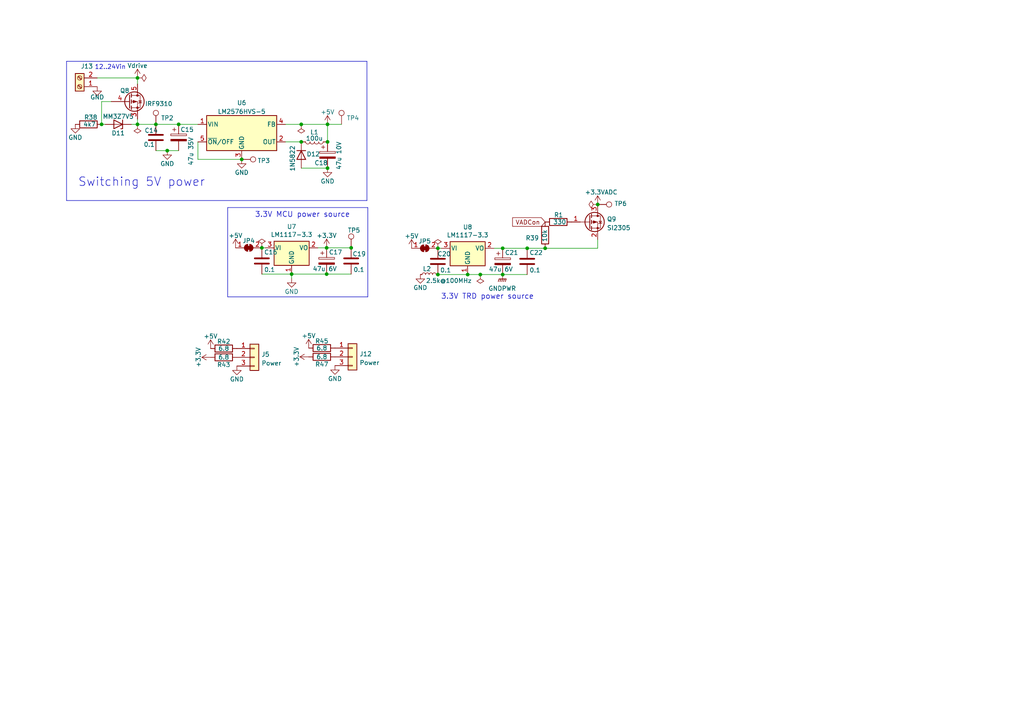
<source format=kicad_sch>
(kicad_sch (version 20231120) (generator "eeschema") (generator_version "8.0")
  (paper "A4")
  (lib_symbols
    (symbol "Connector:Screw_Terminal_01x02" (pin_names (offset 1.016) hide)
      (property "Reference" "J" (at 0 2.54 0))
      (property "Value" "Screw_Terminal_01x02" (at 0 -5.08 0))
      (symbol "Screw_Terminal_01x02_1_1"
        (rectangle (start -1.27 1.27) (end 1.27 -3.81) (stroke (width 0.254)) (fill (type background)))
        (circle (center 0 -2.54) (radius 0.635) (stroke (width 0.1524)))
        (polyline (pts (xy -0.5334 -2.2098) (xy 0.3302 -3.048)) (stroke (width 0.1524)))
        (polyline (pts (xy -0.5334 0.3302) (xy 0.3302 -0.508)) (stroke (width 0.1524)))
        (polyline (pts (xy -0.3556 -2.032) (xy 0.508 -2.8702)) (stroke (width 0.1524)))
        (polyline (pts (xy -0.3556 0.508) (xy 0.508 -0.3302)) (stroke (width 0.1524)))
        (circle (center 0 0) (radius 0.635) (stroke (width 0.1524)))
        (pin passive line (at -5.08 0 0) (length 3.81) (name "Pin_1") (number "1"))
        (pin passive line (at -5.08 -2.54 0) (length 3.81) (name "Pin_2") (number "2"))
      )
    )
    (symbol "Connector:TestPoint" (pin_numbers hide) (pin_names (offset 0.762) hide)
      (property "Reference" "TP" (at 0 6.858 0))
      (property "Value" "TestPoint" (at 0 5.08 0))
      (symbol "TestPoint_0_1"
        (circle (center 0 3.302) (radius 0.762))
      )
      (symbol "TestPoint_1_1"
        (pin passive line (at 0 0 90) (length 2.54) (name "1") (number "1"))
      )
    )
    (symbol "Connector_Generic:Conn_01x03" (pin_names (offset 1.016) hide)
      (property "Reference" "J" (at 0 5.08 0))
      (property "Value" "Conn_01x03" (at 0 -5.08 0))
      (symbol "Conn_01x03_1_1"
        (rectangle (start -1.27 -2.413) (end 0 -2.667) (stroke (width 0.1524)))
        (rectangle (start -1.27 0.127) (end 0 -0.127) (stroke (width 0.1524)))
        (rectangle (start -1.27 2.667) (end 0 2.413) (stroke (width 0.1524)))
        (rectangle (start -1.27 3.81) (end 1.27 -3.81) (stroke (width 0.254)) (fill (type background)))
        (pin passive line (at -5.08 2.54 0) (length 3.81) (name "Pin_1") (number "1"))
        (pin passive line (at -5.08 0 0) (length 3.81) (name "Pin_2") (number "2"))
        (pin passive line (at -5.08 -2.54 0) (length 3.81) (name "Pin_3") (number "3"))
      )
    )
    (symbol "Device:C" (pin_numbers hide) (pin_names (offset 0.254))
      (property "Reference" "C" (at 0.635 2.54 0))
      (property "Value" "C" (at 0.635 -2.54 0))
      (symbol "C_0_1"
        (polyline (pts (xy -2.032 -0.762) (xy 2.032 -0.762)) (stroke (width 0.508)))
        (polyline (pts (xy -2.032 0.762) (xy 2.032 0.762)) (stroke (width 0.508)))
      )
      (symbol "C_1_1"
        (pin passive line (at 0 3.81 270) (length 2.794) (name "~") (number "1"))
        (pin passive line (at 0 -3.81 90) (length 2.794) (name "~") (number "2"))
      )
    )
    (symbol "Device:C_Polarized" (pin_numbers hide) (pin_names (offset 0.254))
      (property "Reference" "C" (at 0.635 2.54 0))
      (property "Value" "C_Polarized" (at 0.635 -2.54 0))
      (symbol "C_Polarized_0_1"
        (rectangle (start -2.286 0.508) (end 2.286 1.016))
        (polyline (pts (xy -1.778 2.286) (xy -0.762 2.286)))
        (polyline (pts (xy -1.27 2.794) (xy -1.27 1.778)))
        (rectangle (start 2.286 -0.508) (end -2.286 -1.016) (fill (type outline)))
      )
      (symbol "C_Polarized_1_1"
        (pin passive line (at 0 3.81 270) (length 2.794) (name "~") (number "1"))
        (pin passive line (at 0 -3.81 90) (length 2.794) (name "~") (number "2"))
      )
    )
    (symbol "Device:D" (pin_numbers hide) (pin_names (offset 1.016) hide)
      (property "Reference" "D" (at 0 2.54 0))
      (property "Value" "D" (at 0 -2.54 0))
      (symbol "D_0_1"
        (polyline (pts (xy -1.27 1.27) (xy -1.27 -1.27)) (stroke (width 0.254)))
        (polyline (pts (xy 1.27 0) (xy -1.27 0)))
        (polyline (pts (xy 1.27 1.27) (xy 1.27 -1.27) (xy -1.27 0) (xy 1.27 1.27)) (stroke (width 0.254)))
      )
      (symbol "D_1_1"
        (pin passive line (at -3.81 0 0) (length 2.54) (name "K") (number "1"))
        (pin passive line (at 3.81 0 180) (length 2.54) (name "A") (number "2"))
      )
    )
    (symbol "Device:D_Zener" (pin_numbers hide) (pin_names (offset 1.016) hide)
      (property "Reference" "D" (at 0 2.54 0))
      (property "Value" "D_Zener" (at 0 -2.54 0))
      (symbol "D_Zener_0_1"
        (polyline (pts (xy 1.27 0) (xy -1.27 0)))
        (polyline (pts (xy -1.27 -1.27) (xy -1.27 1.27) (xy -0.762 1.27)) (stroke (width 0.254)))
        (polyline (pts (xy 1.27 -1.27) (xy 1.27 1.27) (xy -1.27 0) (xy 1.27 -1.27)) (stroke (width 0.254)))
      )
      (symbol "D_Zener_1_1"
        (pin passive line (at -3.81 0 0) (length 2.54) (name "K") (number "1"))
        (pin passive line (at 3.81 0 180) (length 2.54) (name "A") (number "2"))
      )
    )
    (symbol "Device:L" (pin_numbers hide) (pin_names (offset 1.016) hide)
      (property "Reference" "L" (at -1.27 0 90))
      (property "Value" "L" (at 1.905 0 90))
      (symbol "L_0_1"
        (arc (start 0 -2.54) (mid 0.6323 -1.905) (end 0 -1.27))
        (arc (start 0 -1.27) (mid 0.6323 -0.635) (end 0 0))
        (arc (start 0 0) (mid 0.6323 0.635) (end 0 1.27))
        (arc (start 0 1.27) (mid 0.6323 1.905) (end 0 2.54))
      )
      (symbol "L_1_1"
        (pin passive line (at 0 3.81 270) (length 1.27) (name "1") (number "1"))
        (pin passive line (at 0 -3.81 90) (length 1.27) (name "2") (number "2"))
      )
    )
    (symbol "Device:L_Small" (pin_numbers hide) (pin_names (offset 0.254) hide)
      (property "Reference" "L" (at 0.762 1.016 0))
      (property "Value" "L_Small" (at 0.762 -1.016 0))
      (symbol "L_Small_0_1"
        (arc (start 0 -2.032) (mid 0.5058 -1.524) (end 0 -1.016))
        (arc (start 0 -1.016) (mid 0.5058 -0.508) (end 0 0))
        (arc (start 0 0) (mid 0.5058 0.508) (end 0 1.016))
        (arc (start 0 1.016) (mid 0.5058 1.524) (end 0 2.032))
      )
      (symbol "L_Small_1_1"
        (pin passive line (at 0 2.54 270) (length 0.508) (name "~") (number "1"))
        (pin passive line (at 0 -2.54 90) (length 0.508) (name "~") (number "2"))
      )
    )
    (symbol "Device:Q_PMOS_GSD" (pin_names (offset 0) hide)
      (property "Reference" "Q" (at 5.08 1.27 0))
      (property "Value" "Q_PMOS_GSD" (at 5.08 -1.27 0))
      (symbol "Q_PMOS_GSD_0_1"
        (polyline (pts (xy 0.254 0) (xy -2.54 0)))
        (polyline (pts (xy 0.254 1.905) (xy 0.254 -1.905)) (stroke (width 0.254)))
        (polyline (pts (xy 0.762 -1.27) (xy 0.762 -2.286)) (stroke (width 0.254)))
        (polyline (pts (xy 0.762 0.508) (xy 0.762 -0.508)) (stroke (width 0.254)))
        (polyline (pts (xy 0.762 2.286) (xy 0.762 1.27)) (stroke (width 0.254)))
        (polyline (pts (xy 2.54 2.54) (xy 2.54 1.778)))
        (polyline (pts (xy 2.54 -2.54) (xy 2.54 0) (xy 0.762 0)))
        (polyline (pts (xy 0.762 1.778) (xy 3.302 1.778) (xy 3.302 -1.778) (xy 0.762 -1.778)))
        (polyline (pts (xy 2.286 0) (xy 1.27 0.381) (xy 1.27 -0.381) (xy 2.286 0)) (fill (type outline)))
        (polyline (pts (xy 2.794 -0.508) (xy 2.921 -0.381) (xy 3.683 -0.381) (xy 3.81 -0.254)))
        (polyline (pts (xy 3.302 -0.381) (xy 2.921 0.254) (xy 3.683 0.254) (xy 3.302 -0.381)))
        (circle (center 1.651 0) (radius 2.794) (stroke (width 0.254)))
        (circle (center 2.54 -1.778) (radius 0.254) (fill (type outline)))
        (circle (center 2.54 1.778) (radius 0.254) (fill (type outline)))
      )
      (symbol "Q_PMOS_GSD_1_1"
        (pin input line (at -5.08 0 0) (length 2.54) (name "G") (number "1"))
        (pin passive line (at 2.54 -5.08 90) (length 2.54) (name "S") (number "2"))
        (pin passive line (at 2.54 5.08 270) (length 2.54) (name "D") (number "3"))
      )
    )
    (symbol "Device:R" (pin_numbers hide) (pin_names (offset 0))
      (property "Reference" "R" (at 2.032 0 90))
      (property "Value" "R" (at 0 0 90))
      (symbol "R_0_1"
        (rectangle (start -1.016 -2.54) (end 1.016 2.54) (stroke (width 0.254)))
      )
      (symbol "R_1_1"
        (pin passive line (at 0 3.81 270) (length 1.27) (name "~") (number "1"))
        (pin passive line (at 0 -3.81 90) (length 1.27) (name "~") (number "2"))
      )
    )
    (symbol "Jumper:SolderJumper_2_Bridged" (pin_names (offset 0) hide)
      (property "Reference" "JP" (at 0 2.032 0))
      (property "Value" "SolderJumper_2_Bridged" (at 0 -2.54 0))
      (symbol "SolderJumper_2_Bridged_0_1"
        (rectangle (start -0.508 0.508) (end 0.508 -0.508) (fill (type outline)))
        (arc (start -0.254 1.016) (mid -1.2656 0) (end -0.254 -1.016))
        (arc (start -0.254 1.016) (mid -1.2656 0) (end -0.254 -1.016) (fill (type outline)))
        (polyline (pts (xy -0.254 1.016) (xy -0.254 -1.016)))
        (polyline (pts (xy 0.254 1.016) (xy 0.254 -1.016)))
        (arc (start 0.254 -1.016) (mid 1.2656 0) (end 0.254 1.016))
        (arc (start 0.254 -1.016) (mid 1.2656 0) (end 0.254 1.016) (fill (type outline)))
      )
      (symbol "SolderJumper_2_Bridged_1_1"
        (pin passive line (at -3.81 0 0) (length 2.54) (name "A") (number "1"))
        (pin passive line (at 3.81 0 180) (length 2.54) (name "B") (number "2"))
      )
    )
    (symbol "Regulator_Linear:LM1117-3.3" (pin_names (offset 0.254))
      (property "Reference" "U" (at -3.81 3.175 0))
      (property "Value" "LM1117-3.3" (at 0 3.175 0))
      (symbol "LM1117-3.3_0_1"
        (rectangle (start -5.08 -5.08) (end 5.08 1.905) (stroke (width 0.254)) (fill (type background)))
      )
      (symbol "LM1117-3.3_1_1"
        (pin power_in line (at 0 -7.62 90) (length 2.54) (name "GND") (number "1"))
        (pin power_out line (at 7.62 0 180) (length 2.54) (name "VO") (number "2"))
        (pin power_in line (at -7.62 0 0) (length 2.54) (name "VI") (number "3"))
      )
    )
    (symbol "Regulator_Switching:LM2576HVS-5" (pin_names (offset 0.254))
      (property "Reference" "U" (at -10.16 6.35 0))
      (property "Value" "LM2576HVS-5" (at 0 6.35 0))
      (symbol "LM2576HVS-5_0_1"
        (rectangle (start -10.16 5.08) (end 10.16 -5.08) (stroke (width 0.254)) (fill (type background)))
      )
      (symbol "LM2576HVS-5_1_1"
        (pin power_in line (at -12.7 2.54 0) (length 2.54) (name "VIN") (number "1"))
        (pin output line (at 12.7 -2.54 180) (length 2.54) (name "OUT") (number "2"))
        (pin power_in line (at 0 -7.62 90) (length 2.54) (name "GND") (number "3"))
        (pin input line (at 12.7 2.54 180) (length 2.54) (name "FB") (number "4"))
        (pin input line (at -12.7 -2.54 0) (length 2.54) (name "~{ON}/OFF") (number "5"))
      )
    )
    (symbol "elements:IRF9310" (pin_names (offset 0) hide)
      (property "Reference" "Q" (at 5.08 1.27 0))
      (property "Value" "IRF9310" (at 5.08 -1.27 0))
      (symbol "IRF9310_0_1"
        (polyline (pts (xy 0.0508 0) (xy 0.254 0)))
        (polyline (pts (xy 0.762 -1.778) (xy 2.54 -1.778)))
        (polyline (pts (xy 0.762 -1.27) (xy 0.762 -2.286)) (stroke (width 0.254)))
        (polyline (pts (xy 0.762 0) (xy 2.54 0)))
        (polyline (pts (xy 0.762 0.508) (xy 0.762 -0.508)) (stroke (width 0.254)))
        (polyline (pts (xy 0.762 1.778) (xy 2.54 1.778)))
        (polyline (pts (xy 0.762 2.286) (xy 0.762 1.27)) (stroke (width 0.254)))
        (polyline (pts (xy 2.54 -1.778) (xy 2.54 -2.54)))
        (polyline (pts (xy 2.54 -1.778) (xy 2.54 0)))
        (polyline (pts (xy 2.54 2.54) (xy 2.54 1.778)))
        (polyline (pts (xy 0.254 1.905) (xy 0.254 -1.905) (xy 0.254 -1.905)) (stroke (width 0.254)))
        (polyline (pts (xy 2.286 0) (xy 1.27 -0.381) (xy 1.27 0.381) (xy 2.286 0)) (fill (type outline)))
        (polyline (pts (xy 2.54 -1.778) (xy 3.302 -1.778) (xy 3.302 1.778) (xy 2.54 1.778)))
        (polyline (pts (xy 2.794 -0.508) (xy 2.921 -0.381) (xy 3.683 -0.381) (xy 3.81 -0.254)))
        (polyline (pts (xy 3.302 -0.381) (xy 2.921 0.254) (xy 3.683 0.254) (xy 3.302 -0.381)))
        (circle (center 1.651 0) (radius 2.8194) (stroke (width 0.254)))
        (circle (center 2.54 -1.778) (radius 0.2794) (fill (type outline)))
        (circle (center 2.54 1.778) (radius 0.2794) (fill (type outline)))
      )
      (symbol "IRF9310_1_1"
        (pin passive line (at 2.54 -5.08 90) (length 2.54) hide (name "S") (number "1"))
        (pin passive line (at 2.54 -5.08 90) (length 2.54) hide (name "S") (number "2"))
        (pin passive line (at 2.54 -5.08 90) (length 2.54) (name "S") (number "3"))
        (pin input line (at -5.08 0 0) (length 5.08) (name "G") (number "4"))
        (pin passive line (at 2.54 5.08 270) (length 2.54) (name "D") (number "5"))
        (pin passive line (at 2.54 5.08 270) (length 2.54) hide (name "D") (number "6"))
        (pin passive line (at 2.54 5.08 270) (length 2.54) hide (name "D") (number "7"))
        (pin passive line (at 2.54 5.08 270) (length 2.54) hide (name "D") (number "8"))
      )
    )
    (symbol "power:+3.3V" (power) (pin_names (offset 0))
      (property "Value" "+3.3V" (at 0 3.556 0))
      (symbol "+3.3V_0_1"
        (polyline (pts (xy -0.762 1.27) (xy 0 2.54)))
        (polyline (pts (xy 0 0) (xy 0 2.54)))
        (polyline (pts (xy 0 2.54) (xy 0.762 1.27)))
      )
      (symbol "+3.3V_1_1"
        (pin power_in line (at 0 0 90) (length 0) hide (name "+3.3V") (number "1"))
      )
    )
    (symbol "power:+3.3VADC" (power) (pin_names (offset 0))
      (property "Value" "+3.3VADC" (at 0 2.54 0))
      (symbol "+3.3VADC_0_0"
        (pin power_in line (at 0 0 90) (length 0) hide (name "+3.3VADC") (number "1"))
      )
      (symbol "+3.3VADC_0_1"
        (polyline (pts (xy -0.762 1.27) (xy 0 2.54)))
        (polyline (pts (xy 0 0) (xy 0 2.54)))
        (polyline (pts (xy 0 2.54) (xy 0.762 1.27)))
      )
    )
    (symbol "power:+5V" (power) (pin_names (offset 0))
      (property "Value" "+5V" (at 0 3.556 0))
      (symbol "+5V_0_1"
        (polyline (pts (xy -0.762 1.27) (xy 0 2.54)))
        (polyline (pts (xy 0 0) (xy 0 2.54)))
        (polyline (pts (xy 0 2.54) (xy 0.762 1.27)))
      )
      (symbol "+5V_1_1"
        (pin power_in line (at 0 0 90) (length 0) hide (name "+5V") (number "1"))
      )
    )
    (symbol "power:GND" (power) (pin_names (offset 0))
      (property "Value" "GND" (at 0 -3.81 0))
      (symbol "GND_0_1"
        (polyline (pts (xy 0 0) (xy 0 -1.27) (xy 1.27 -1.27) (xy 0 -2.54) (xy -1.27 -1.27) (xy 0 -1.27)))
      )
      (symbol "GND_1_1"
        (pin power_in line (at 0 0 270) (length 0) hide (name "GND") (number "1"))
      )
    )
    (symbol "power:GNDPWR" (power) (pin_names (offset 0))
      (property "Value" "GNDPWR" (at 0 -3.302 0))
      (symbol "GNDPWR_0_1"
        (polyline (pts (xy 0 -1.27) (xy 0 0)))
        (polyline (pts (xy -1.016 -1.27) (xy -1.27 -2.032) (xy -1.27 -2.032)) (stroke (width 0.2032)))
        (polyline (pts (xy -0.508 -1.27) (xy -0.762 -2.032) (xy -0.762 -2.032)) (stroke (width 0.2032)))
        (polyline (pts (xy 0 -1.27) (xy -0.254 -2.032) (xy -0.254 -2.032)) (stroke (width 0.2032)))
        (polyline (pts (xy 0.508 -1.27) (xy 0.254 -2.032) (xy 0.254 -2.032)) (stroke (width 0.2032)))
        (polyline (pts (xy 1.016 -1.27) (xy -1.016 -1.27) (xy -1.016 -1.27)) (stroke (width 0.2032)))
        (polyline (pts (xy 1.016 -1.27) (xy 0.762 -2.032) (xy 0.762 -2.032) (xy 0.762 -2.032)) (stroke (width 0.2032)))
      )
      (symbol "GNDPWR_1_1"
        (pin power_in line (at 0 0 270) (length 0) hide (name "GNDPWR") (number "1"))
      )
    )
    (symbol "power:PWR_FLAG" (power) (pin_numbers hide) (pin_names (offset 0) hide)
      (property "Value" "PWR_FLAG" (at 0 3.81 0))
      (symbol "PWR_FLAG_0_0"
        (pin power_out line (at 0 0 90) (length 0) (name "pwr") (number "1"))
      )
      (symbol "PWR_FLAG_0_1"
        (polyline (pts (xy 0 0) (xy 0 1.27) (xy -1.016 1.905) (xy 0 2.54) (xy 1.016 1.905) (xy 0 1.27)))
      )
    )
    (symbol "power:Vdrive" (power) (pin_names (offset 0))
      (property "Value" "Vdrive" (at 0 3.81 0))
      (symbol "Vdrive_0_1"
        (polyline (pts (xy -0.762 1.27) (xy 0 2.54)))
        (polyline (pts (xy 0 0) (xy 0 2.54)))
        (polyline (pts (xy 0 2.54) (xy 0.762 1.27)))
      )
      (symbol "Vdrive_1_1"
        (pin power_in line (at 0 0 90) (length 0) hide (name "Vdrive") (number "1"))
      )
    )
  )
  (junction (at 152.908 72.009))
  (junction (at 135.636 79.629))
  (junction (at 127 79.629))
  (junction (at 39.878 36.068))
  (junction (at 75.946 71.882))
  (junction (at 94.742 79.502))
  (junction (at 87.376 36.068))
  (junction (at 45.212 36.068))
  (junction (at 145.796 72.009))
  (junction (at 39.878 22.606))
  (junction (at 94.996 48.768))
  (junction (at 94.996 41.148))
  (junction (at 29.464 36.068))
  (junction (at 173.355 59.309))
  (junction (at 158.115 72.009))
  (junction (at 70.104 46.228))
  (junction (at 139.319 79.629))
  (junction (at 145.796 79.629))
  (junction (at 94.996 36.068))
  (junction (at 51.816 36.068))
  (junction (at 87.376 41.148))
  (junction (at 84.582 79.502))
  (junction (at 48.514 43.688))
  (junction (at 127 72.009))
  (junction (at 94.742 71.882))
  (junction (at 101.854 71.882))
  (polyline (pts (xy 106.68 60.198) (xy 66.04 60.198)))
  (wire (pts (xy 101.854 71.882) (xy 94.742 71.882)))
  (wire (pts (xy 39.878 36.068) (xy 39.878 34.544)))
  (polyline (pts (xy 106.426 58.166) (xy 19.304 58.166)))
  (wire (pts (xy 135.636 79.629) (xy 139.319 79.629)))
  (wire (pts (xy 48.514 43.688) (xy 51.816 43.688)))
  (wire (pts (xy 45.212 43.688) (xy 48.514 43.688)))
  (wire (pts (xy 128.016 72.009) (xy 127 72.009)))
  (wire (pts (xy 152.908 72.009) (xy 145.796 72.009)))
  (wire (pts (xy 75.946 79.502) (xy 84.582 79.502)))
  (wire (pts (xy 152.908 79.629) (xy 145.796 79.629)))
  (wire (pts (xy 94.996 41.148) (xy 94.996 36.068)))
  (wire (pts (xy 152.908 72.009) (xy 158.115 72.009)))
  (wire (pts (xy 127 79.629) (xy 135.636 79.629)))
  (wire (pts (xy 94.996 36.068) (xy 87.376 36.068)))
  (wire (pts (xy 139.319 79.629) (xy 145.796 79.629)))
  (wire (pts (xy 82.804 41.148) (xy 87.376 41.148)))
  (wire (pts (xy 51.816 36.068) (xy 57.404 36.068)))
  (wire (pts (xy 82.804 36.068) (xy 87.376 36.068)))
  (wire (pts (xy 29.464 29.464) (xy 32.258 29.464)))
  (wire (pts (xy 57.404 41.148) (xy 57.404 46.228)))
  (wire (pts (xy 94.996 48.768) (xy 87.376 48.768)))
  (polyline (pts (xy 19.304 58.166) (xy 19.304 17.78)))
  (wire (pts (xy 99.06 36.068) (xy 94.996 36.068)))
  (wire (pts (xy 101.854 79.502) (xy 94.742 79.502)))
  (wire (pts (xy 84.582 79.502) (xy 94.742 79.502)))
  (polyline (pts (xy 66.04 86.106) (xy 106.68 86.106)))
  (polyline (pts (xy 106.68 86.106) (xy 106.68 60.198)))
  (wire (pts (xy 39.878 36.068) (xy 45.212 36.068)))
  (wire (pts (xy 45.212 36.068) (xy 51.816 36.068)))
  (wire (pts (xy 76.962 71.882) (xy 75.946 71.882)))
  (wire (pts (xy 92.202 71.882) (xy 94.742 71.882)))
  (wire (pts (xy 84.582 80.772) (xy 84.582 79.502)))
  (wire (pts (xy 173.355 69.469) (xy 173.355 72.009)))
  (wire (pts (xy 143.256 72.009) (xy 145.796 72.009)))
  (wire (pts (xy 57.404 46.228) (xy 70.104 46.228)))
  (wire (pts (xy 158.115 72.009) (xy 173.355 72.009)))
  (polyline (pts (xy 66.04 60.198) (xy 66.04 86.106)))
  (wire (pts (xy 30.48 36.068) (xy 29.464 36.068)))
  (wire (pts (xy 28.194 22.606) (xy 39.878 22.606)))
  (polyline (pts (xy 19.304 17.78) (xy 106.426 17.78)))
  (polyline (pts (xy 106.426 17.78) (xy 106.426 58.166)))
  (wire (pts (xy 39.878 22.606) (xy 39.878 24.384)))
  (wire (pts (xy 29.464 36.068) (xy 29.464 29.464)))
  (wire (pts (xy 38.1 36.068) (xy 39.878 36.068)))
  (text "Switching 5V power" (at 22.606 54.356 0) (effects (font (size 2.4892 2.4892)) (justify left bottom)))
  (text "3.3V MCU power source" (at 73.914 63.246 0) (effects (font (size 1.524 1.524)) (justify left bottom)))
  (text "12..24Vin" (at 27.432 20.32 0) (effects (font (size 1.27 1.27)) (justify left bottom)))
  (text "3.3V TRD power source" (at 127.889 86.995 0) (effects (font (size 1.524 1.524)) (justify left bottom)))
  (global_label "VADCon" (shape input) (at 158.115 64.389 180) (property "Intersheetrefs" "${INTERSHEET_REFS}" (effects (hide yes))))
  (symbol (lib_id "elements:IRF9310") (at 37.338 29.464 0) (unit 1)
    (property "Reference" "Q8" (at 34.798 26.289 0) (effects (justify left)))
    (property "Value" "IRF9310" (at 42.037 30.099 0) (effects (justify left)))
    (property "Footprint" "Package_SO:SO-8_3.9x4.9mm_P1.27mm" (effects (hide yes)))
  )
  (symbol (lib_id "Device:D") (at 87.376 44.958 270) (unit 1)
    (property "Reference" "D12" (at 88.9 44.704 90) (effects (justify left)))
    (property "Value" "1N5822" (at 84.836 42.164 0) (effects (justify left)))
    (property "Footprint" "Diode_THT:D_DO-201_P3.81mm_Vertical_AnodeUp" (effects (hide yes)))
  )
  (symbol (lib_id "Device:C") (at 127 75.819 0) (unit 1)
    (property "Reference" "C20" (at 126.873 73.66 0) (effects (justify left)))
    (property "Value" "0.1" (at 127.635 78.359 0) (effects (justify left)))
    (property "Footprint" "Capacitor_SMD:C_0603_1608Metric_Pad1.08x0.95mm_HandSolder" (effects (hide yes)))
  )
  (symbol (lib_id "Jumper:SolderJumper_2_Bridged") (at 72.136 71.882 0) (unit 1)
    (property "Reference" "JP4" (at 72.136 69.8302 0))
    (property "Value" "3v3" (effects (hide yes)))
    (property "Footprint" "Jumper:SolderJumper-2_P1.3mm_Open_TrianglePad1.0x1.5mm" (effects (hide yes)))
  )
  (symbol (lib_id "power:GND") (at 121.92 79.629 0) (unit 1)
    (property "Reference" "#PWR063" (effects (hide yes)))
    (property "Value" "GND" (at 121.92 83.439 0))
  )
  (symbol (lib_id "power:PWR_FLAG") (at 127 72.009 0) (unit 1)
    (property "Reference" "#FLG07" (effects (hide yes)))
    (property "Value" "PWR_FLAG" (effects (hide yes)))
  )
  (symbol (lib_id "power:+5V") (at 119.38 72.009 0) (unit 1)
    (property "Reference" "#PWR062" (effects (hide yes)))
    (property "Value" "+5V" (at 119.38 68.453 0))
  )
  (symbol (lib_id "Device:C_Polarized") (at 94.996 44.958 0) (unit 1)
    (property "Reference" "C18" (at 91.186 47.244 0) (effects (justify left)))
    (property "Value" "47u 10V" (at 98.298 49.276 90) (effects (justify left)))
    (property "Footprint" "Capacitor_Tantalum_SMD:CP_EIA-6032-28_Kemet-C_Pad2.25x2.35mm_HandSolder" (effects (hide yes)))
  )
  (symbol (lib_id "power:GND") (at 28.194 25.146 0) (unit 1)
    (property "Reference" "#PWR053" (effects (hide yes)))
    (property "Value" "GND" (at 28.194 28.194 0))
  )
  (symbol (lib_id "power:PWR_FLAG") (at 139.319 79.629 180) (unit 1)
    (property "Reference" "#FLG08" (effects (hide yes)))
  )
  (symbol (lib_id "Connector_Generic:Conn_01x03") (at 102.235 103.505 0) (unit 1)
    (property "Reference" "J12" (at 104.267 102.6703 0) (effects (justify left)))
    (property "Value" "Power" (at 104.267 105.2072 0) (effects (justify left)))
    (property "Footprint" "Connector_JST:JST_EH_B3B-EH-A_1x03_P2.50mm_Vertical" (effects (hide yes)))
  )
  (symbol (lib_id "power:PWR_FLAG") (at 39.878 36.068 180) (unit 1)
    (property "Reference" "#FLG04" (effects (hide yes)))
    (property "Value" "PWR_FLAG" (effects (hide yes)))
  )
  (symbol (lib_id "Device:R") (at 64.897 101.092 90) (unit 1)
    (property "Reference" "R42" (at 64.897 99.06 90))
    (property "Value" "6.8" (at 64.897 101.092 90))
    (property "Footprint" "Resistor_SMD:R_0603_1608Metric_Pad0.98x0.95mm_HandSolder" (effects (hide yes)))
  )
  (symbol (lib_id "power:GND") (at 97.155 106.045 0) (unit 1)
    (property "Reference" "#PWR070" (effects (hide yes)))
    (property "Value" "GND" (at 97.155 109.855 0))
  )
  (symbol (lib_id "Device:L_Small") (at 124.46 79.629 90) (unit 1)
    (property "Reference" "L2" (at 123.825 77.978 90))
    (property "Value" "2.5k@100MHz" (at 130.175 81.407 90))
    (property "Footprint" "Inductor_SMD:L_0805_2012Metric_Pad1.15x1.40mm_HandSolder" (effects (hide yes)))
  )
  (symbol (lib_id "power:PWR_FLAG") (at 39.878 22.606 270) (unit 1)
    (property "Reference" "#FLG03" (effects (hide yes)))
  )
  (symbol (lib_id "Jumper:SolderJumper_2_Bridged") (at 123.19 72.009 0) (unit 1)
    (property "Reference" "JP5" (at 123.19 69.9572 0))
    (property "Value" "Vadc" (effects (hide yes)))
    (property "Footprint" "Jumper:SolderJumper-2_P1.3mm_Open_TrianglePad1.0x1.5mm" (effects (hide yes)))
  )
  (symbol (lib_id "power:+5V") (at 68.326 71.882 0) (unit 1)
    (property "Reference" "#PWR056" (effects (hide yes)))
    (property "Value" "+5V" (at 68.326 68.326 0))
  )
  (symbol (lib_id "Connector:Screw_Terminal_01x02") (at 23.114 25.146 180) (unit 1)
    (property "Reference" "J13" (at 25.1968 19.2278 0))
    (property "Value" "Screw_Terminal_01x02" (effects (hide yes)))
    (property "Footprint" "TerminalBlock_Phoenix:TerminalBlock_Phoenix_MKDS-1,5-2_1x02_P5.00mm_Horizontal" (effects (hide yes)))
  )
  (symbol (lib_id "Connector:TestPoint") (at 99.06 36.068 0) (unit 1)
    (property "Reference" "TP4" (at 100.5332 34.2392 0) (effects (justify left)))
    (property "Value" "5V" (effects (hide yes)))
    (property "Footprint" "TestPoint:TestPoint_THTPad_1.5x1.5mm_Drill0.7mm" (effects (hide yes)))
  )
  (symbol (lib_id "power:GND") (at 48.514 43.688 0) (unit 1)
    (property "Reference" "#PWR055" (effects (hide yes)))
    (property "Value" "GND" (at 48.514 47.498 0))
  )
  (symbol (lib_id "Device:C") (at 45.212 39.878 0) (unit 1)
    (property "Reference" "C14" (at 41.91 37.846 0) (effects (justify left)))
    (property "Value" "0.1" (at 41.656 41.91 0) (effects (justify left)))
    (property "Footprint" "Capacitor_SMD:C_0603_1608Metric_Pad1.08x0.95mm_HandSolder" (effects (hide yes)))
  )
  (symbol (lib_id "power:+5V") (at 89.535 100.965 0) (unit 1)
    (property "Reference" "#PWR067" (effects (hide yes)))
    (property "Value" "+5V" (at 89.535 97.409 0))
  )
  (symbol (lib_id "power:GND") (at 21.844 36.068 0) (unit 1)
    (property "Reference" "#PWR052" (effects (hide yes)))
    (property "Value" "GND" (at 21.844 39.878 0))
  )
  (symbol (lib_id "Connector:TestPoint") (at 173.355 59.309 270) (unit 1)
    (property "Reference" "TP6" (at 178.181 59.055 90) (effects (justify left)))
    (property "Value" "Vadc" (effects (hide yes)))
    (property "Footprint" "TestPoint:TestPoint_THTPad_1.5x1.5mm_Drill0.7mm" (effects (hide yes)))
  )
  (symbol (lib_id "power:GNDPWR") (at 145.796 79.629 0) (unit 1)
    (property "Reference" "#PWR064" (effects (hide yes)))
    (property "Value" "GNDPWR" (at 145.669 83.666 0))
  )
  (symbol (lib_id "Device:R") (at 25.654 36.068 270) (unit 1)
    (property "Reference" "R38" (at 24.384 34.036 90) (effects (justify left)))
    (property "Value" "4k7" (at 24.13 36.068 90) (effects (justify left)))
    (property "Footprint" "Resistor_SMD:R_0603_1608Metric_Pad0.98x0.95mm_HandSolder" (effects (hide yes)))
  )
  (symbol (lib_id "power:PWR_FLAG") (at 87.376 36.068 180) (unit 1)
    (property "Reference" "#FLG06" (effects (hide yes)))
    (property "Value" "PWR_FLAG" (effects (hide yes)))
  )
  (symbol (lib_id "Device:D_Zener") (at 34.29 36.068 180) (unit 1)
    (property "Reference" "D11" (at 34.29 38.608 0))
    (property "Value" "MM3Z7V5" (at 34.29 33.782 0))
    (property "Footprint" "Diode_SMD:D_0805_2012Metric_Pad1.15x1.40mm_HandSolder" (effects (hide yes)))
  )
  (symbol (lib_id "power:+3.3VADC") (at 173.355 59.309 0) (unit 1)
    (property "Reference" "#PWR065" (effects (hide yes)))
    (property "Value" "+3.3VADC" (at 174.371 55.753 0))
  )
  (symbol (lib_id "power:+5V") (at 61.087 101.092 0) (unit 1)
    (property "Reference" "#PWR022" (effects (hide yes)))
    (property "Value" "+5V" (at 61.087 97.536 0))
  )
  (symbol (lib_id "Connector:TestPoint") (at 101.854 71.882 0) (unit 1)
    (property "Reference" "TP5" (at 100.838 66.802 0) (effects (justify left)))
    (property "Value" "3.3V" (effects (hide yes)))
    (property "Footprint" "TestPoint:TestPoint_THTPad_1.5x1.5mm_Drill0.7mm" (effects (hide yes)))
  )
  (symbol (lib_id "power:PWR_FLAG") (at 75.946 71.882 0) (unit 1)
    (property "Reference" "#FLG05" (effects (hide yes)))
    (property "Value" "PWR_FLAG" (effects (hide yes)))
  )
  (symbol (lib_id "Connector:TestPoint") (at 45.212 36.068 0) (unit 1)
    (property "Reference" "TP2" (at 46.6852 34.2392 0) (effects (justify left)))
    (property "Value" "Vin" (effects (hide yes)))
    (property "Footprint" "TestPoint:TestPoint_THTPad_1.5x1.5mm_Drill0.7mm" (effects (hide yes)))
  )
  (symbol (lib_id "Connector_Generic:Conn_01x03") (at 73.787 103.632 0) (unit 1)
    (property "Reference" "J5" (at 75.819 102.7973 0) (effects (justify left)))
    (property "Value" "Power" (at 75.819 105.3342 0) (effects (justify left)))
    (property "Footprint" "Connector_JST:JST_EH_B3B-EH-A_1x03_P2.50mm_Vertical" (effects (hide yes)))
  )
  (symbol (lib_id "Device:R") (at 64.897 103.632 90) (unit 1)
    (property "Reference" "R43" (at 64.897 105.791 90))
    (property "Value" "6.8" (at 64.897 103.632 90))
    (property "Footprint" "Resistor_SMD:R_0603_1608Metric_Pad0.98x0.95mm_HandSolder" (effects (hide yes)))
  )
  (symbol (lib_id "power:+3.3V") (at 89.535 103.505 90) (unit 1)
    (property "Reference" "#PWR068" (effects (hide yes)))
    (property "Value" "+3.3V" (at 85.979 103.505 0))
  )
  (symbol (lib_id "Device:C_Polarized") (at 145.796 75.819 0) (unit 1)
    (property "Reference" "C21" (at 146.431 73.279 0) (effects (justify left)))
    (property "Value" "47u 6V" (at 141.732 78.105 0) (effects (justify left)))
    (property "Footprint" "Capacitor_Tantalum_SMD:CP_EIA-3216-18_Kemet-A_Pad1.58x1.35mm_HandSolder" (effects (hide yes)))
  )
  (symbol (lib_id "Device:C_Polarized") (at 51.816 39.878 0) (unit 1)
    (property "Reference" "C15" (at 52.324 37.592 0) (effects (justify left)))
    (property "Value" "47u 35V" (at 55.372 48.006 90) (effects (justify left)))
    (property "Footprint" "Capacitor_Tantalum_SMD:CP_EIA-6032-28_Kemet-C_Pad2.25x2.35mm_HandSolder" (effects (hide yes)))
  )
  (symbol (lib_id "power:GND") (at 70.104 46.228 0) (unit 1)
    (property "Reference" "#PWR057" (effects (hide yes)))
    (property "Value" "GND" (at 70.104 50.038 0))
  )
  (symbol (lib_id "power:+3.3V") (at 94.742 71.882 0) (unit 1)
    (property "Reference" "#PWR059" (effects (hide yes)))
    (property "Value" "+3.3V" (at 94.742 68.326 0))
  )
  (symbol (lib_id "Device:C_Polarized") (at 94.742 75.692 0) (unit 1)
    (property "Reference" "C17" (at 95.377 73.152 0) (effects (justify left)))
    (property "Value" "47u 6V" (at 90.678 77.978 0) (effects (justify left)))
    (property "Footprint" "Capacitor_Tantalum_SMD:CP_EIA-3216-18_Kemet-A_Pad1.58x1.35mm_HandSolder" (effects (hide yes)))
  )
  (symbol (lib_id "Device:Q_PMOS_GSD") (at 170.815 64.389 0) (unit 1)
    (property "Reference" "Q9" (at 176.022 63.5543 0) (effects (justify left)))
    (property "Value" "SI2305" (at 176.022 66.0912 0) (effects (justify left)))
    (property "Footprint" "Package_TO_SOT_SMD:SOT-23_Handsoldering" (effects (hide yes)))
  )
  (symbol (lib_id "power:Vdrive") (at 39.878 22.606 0) (unit 1)
    (property "Reference" "#PWR054" (effects (hide yes)))
    (property "Value" "Vdrive" (at 39.878 19.0302 0))
  )
  (symbol (lib_id "Device:L") (at 91.186 41.148 270) (unit 1)
    (property "Reference" "L1" (at 91.186 38.354 90))
    (property "Value" "100u" (at 91.186 40.132 90))
    (property "Footprint" "Inductor_THT:L_Toroid_Horizontal_D6.5mm_P10.00mm_Diameter7-5mm_Amidon-T25" (effects (hide yes)))
  )
  (symbol (lib_id "Regulator_Linear:LM1117-3.3") (at 84.582 71.882 0) (unit 1)
    (property "Reference" "U7" (at 84.582 65.7352 0))
    (property "Value" "LM1117-3.3" (at 84.582 68.0466 0))
    (property "Footprint" "Package_TO_SOT_SMD:SOT-223-3_TabPin2" (effects (hide yes)))
    (property "Datasheet" "http://www.ti.com/lit/ds/symlink/lm1117.pdf" (effects (hide yes)))
  )
  (symbol (lib_id "Device:C") (at 152.908 75.819 0) (unit 1)
    (property "Reference" "C22" (at 153.543 73.279 0) (effects (justify left)))
    (property "Value" "0.1" (at 153.543 78.359 0) (effects (justify left)))
    (property "Footprint" "Capacitor_SMD:C_0603_1608Metric_Pad1.08x0.95mm_HandSolder" (effects (hide yes)))
  )
  (symbol (lib_id "Device:C") (at 75.946 75.692 0) (unit 1)
    (property "Reference" "C16" (at 76.581 73.152 0) (effects (justify left)))
    (property "Value" "0.1" (at 76.581 78.232 0) (effects (justify left)))
    (property "Footprint" "Capacitor_SMD:C_0603_1608Metric_Pad1.08x0.95mm_HandSolder" (effects (hide yes)))
  )
  (symbol (lib_id "Connector:TestPoint") (at 70.104 46.228 270) (unit 1)
    (property "Reference" "TP3" (at 74.676 46.609 90) (effects (justify left)))
    (property "Value" "Gnd" (effects (hide yes)))
    (property "Footprint" "TestPoint:TestPoint_THTPad_1.5x1.5mm_Drill0.7mm" (effects (hide yes)))
  )
  (symbol (lib_id "power:+3.3V") (at 61.087 103.632 90) (unit 1)
    (property "Reference" "#PWR041" (effects (hide yes)))
    (property "Value" "+3.3V" (at 57.531 103.632 0))
  )
  (symbol (lib_id "power:+5V") (at 94.996 36.068 0) (unit 1)
    (property "Reference" "#PWR060" (effects (hide yes)))
    (property "Value" "+5V" (at 94.996 32.512 0))
  )
  (symbol (lib_id "Device:R") (at 161.925 64.389 270) (unit 1)
    (property "Reference" "R1" (at 160.655 62.357 90) (effects (justify left)))
    (property "Value" "330" (at 160.401 64.389 90) (effects (justify left)))
    (property "Footprint" "Resistor_SMD:R_0603_1608Metric_Pad0.98x0.95mm_HandSolder" (effects (hide yes)))
  )
  (symbol (lib_id "Device:C") (at 101.854 75.692 0) (unit 1)
    (property "Reference" "C19" (at 102.235 73.66 0) (effects (justify left)))
    (property "Value" "0.1" (at 102.489 78.232 0) (effects (justify left)))
    (property "Footprint" "Capacitor_SMD:C_0603_1608Metric_Pad1.08x0.95mm_HandSolder" (effects (hide yes)))
  )
  (symbol (lib_id "Device:R") (at 93.345 103.505 90) (unit 1)
    (property "Reference" "R47" (at 93.345 105.664 90))
    (property "Value" "6.8" (at 93.345 103.505 90))
    (property "Footprint" "Resistor_SMD:R_0603_1608Metric_Pad0.98x0.95mm_HandSolder" (effects (hide yes)))
  )
  (symbol (lib_id "power:GND") (at 68.707 106.172 0) (unit 1)
    (property "Reference" "#PWR066" (effects (hide yes)))
    (property "Value" "GND" (at 68.707 109.982 0))
  )
  (symbol (lib_id "power:GND") (at 84.582 80.772 0) (unit 1)
    (property "Reference" "#PWR058" (effects (hide yes)))
    (property "Value" "GND" (at 84.582 84.582 0))
  )
  (symbol (lib_id "Regulator_Linear:LM1117-3.3") (at 135.636 72.009 0) (unit 1)
    (property "Reference" "U8" (at 135.636 65.8622 0))
    (property "Value" "LM1117-3.3" (at 135.636 68.1736 0))
    (property "Footprint" "Package_TO_SOT_SMD:SOT-223-3_TabPin2" (effects (hide yes)))
    (property "Datasheet" "http://www.ti.com/lit/ds/symlink/lm1117.pdf" (effects (hide yes)))
  )
  (symbol (lib_id "power:GND") (at 94.996 48.768 0) (unit 1)
    (property "Reference" "#PWR061" (effects (hide yes)))
    (property "Value" "GND" (at 94.996 52.578 0))
  )
  (symbol (lib_id "power:PWR_FLAG") (at 173.355 59.309 90) (unit 1)
    (property "Reference" "#FLG09" (effects (hide yes)))
  )
  (symbol (lib_id "Regulator_Switching:LM2576HVS-5") (at 70.104 38.608 0) (unit 1)
    (property "Reference" "U6" (at 70.104 29.8282 0))
    (property "Value" "LM2576HVS-5" (at 70.104 32.3651 0))
    (property "Footprint" "Package_TO_SOT_SMD:TO-263-5_TabPin3" (effects (hide yes)))
    (property "Datasheet" "http://www.ti.com/lit/ds/symlink/lm2576.pdf" (effects (hide yes)))
  )
  (symbol (lib_id "Device:R") (at 93.345 100.965 90) (unit 1)
    (property "Reference" "R45" (at 93.345 98.933 90))
    (property "Value" "6.8" (at 93.345 100.965 90))
    (property "Footprint" "Resistor_SMD:R_0603_1608Metric_Pad0.98x0.95mm_HandSolder" (effects (hide yes)))
  )
  (symbol (lib_id "Device:R") (at 158.115 68.199 180) (unit 1)
    (property "Reference" "R39" (at 156.337 69.0337 0) (effects (justify left)))
    (property "Value" "10k" (at 157.988 66.548 90) (effects (justify left)))
    (property "Footprint" "Resistor_SMD:R_0603_1608Metric_Pad0.98x0.95mm_HandSolder" (effects (hide yes)))
  )
)
</source>
